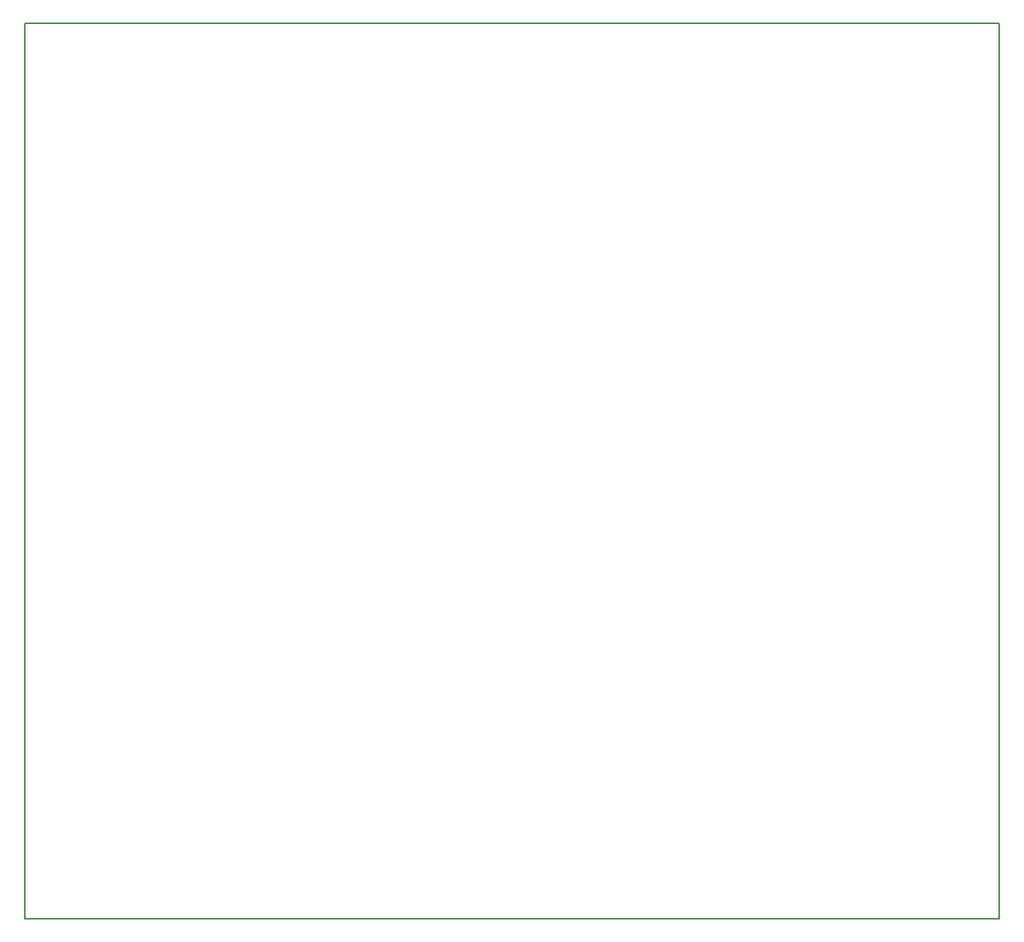
<source format=gbr>
G04 #@! TF.FileFunction,Profile,NP*
%FSLAX46Y46*%
G04 Gerber Fmt 4.6, Leading zero omitted, Abs format (unit mm)*
G04 Created by KiCad (PCBNEW 4.0.7) date Fri Feb  9 05:02:28 2018*
%MOMM*%
%LPD*%
G01*
G04 APERTURE LIST*
%ADD10C,0.100000*%
%ADD11C,0.150000*%
G04 APERTURE END LIST*
D10*
D11*
X85090000Y-31750000D02*
X85090000Y-32385000D01*
X187960000Y-31750000D02*
X85090000Y-31750000D01*
X187960000Y-126365000D02*
X187960000Y-31750000D01*
X85090000Y-126365000D02*
X187960000Y-126365000D01*
X85090000Y-32385000D02*
X85090000Y-126365000D01*
M02*

</source>
